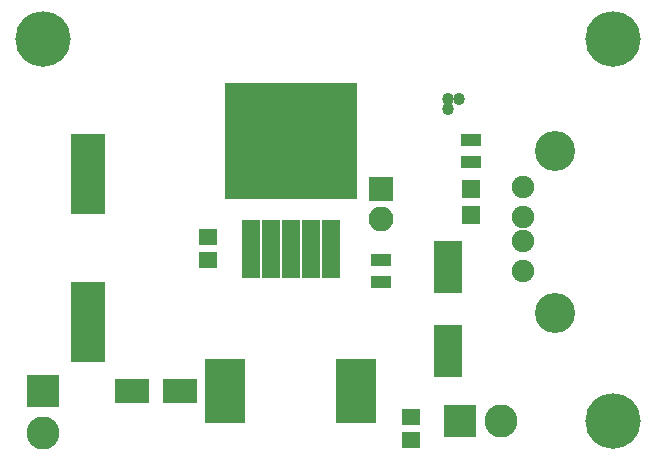
<source format=gts>
G04 #@! TF.GenerationSoftware,KiCad,Pcbnew,(5.1.0)-1*
G04 #@! TF.CreationDate,2019-08-10T18:49:58-05:00*
G04 #@! TF.ProjectId,TS2596_24V_to_5V_3A_reg,54533235-3936-45f3-9234-565f746f5f35,V0*
G04 #@! TF.SameCoordinates,Original*
G04 #@! TF.FileFunction,Soldermask,Top*
G04 #@! TF.FilePolarity,Negative*
%FSLAX46Y46*%
G04 Gerber Fmt 4.6, Leading zero omitted, Abs format (unit mm)*
G04 Created by KiCad (PCBNEW (5.1.0)-1) date 2019-08-10 18:49:58*
%MOMM*%
%LPD*%
G04 APERTURE LIST*
%ADD10R,1.500000X5.000000*%
%ADD11R,11.200001X9.799999*%
%ADD12R,2.400000X4.400000*%
%ADD13C,4.700000*%
%ADD14R,2.900000X2.100000*%
%ADD15R,1.700000X1.100000*%
%ADD16R,3.500000X5.400000*%
%ADD17C,1.900000*%
%ADD18C,3.400000*%
%ADD19R,2.100000X2.100000*%
%ADD20O,2.100000X2.100000*%
%ADD21C,2.800000*%
%ADD22R,2.800000X2.800000*%
%ADD23C,1.035000*%
%ADD24R,1.600000X1.600000*%
%ADD25R,1.650000X1.400000*%
%ADD26R,2.900000X6.900000*%
G04 APERTURE END LIST*
D10*
X170590000Y-85785000D03*
X172290000Y-85785000D03*
X173990000Y-85785000D03*
X175690000Y-85785000D03*
X177390000Y-85785000D03*
D11*
X173990000Y-76635000D03*
D12*
X187325000Y-87255000D03*
X187325000Y-94355000D03*
D13*
X201295000Y-67945000D03*
X201295000Y-100330000D03*
X153035000Y-67945000D03*
D14*
X164560000Y-97790000D03*
X160560000Y-97790000D03*
D15*
X189230000Y-78420000D03*
X189230000Y-76520000D03*
X181610000Y-86680000D03*
X181610000Y-88580000D03*
D16*
X179540000Y-97790000D03*
X168440000Y-97790000D03*
D17*
X193675000Y-80520000D03*
X193675000Y-83060000D03*
X193675000Y-85090000D03*
X193675000Y-87630000D03*
D18*
X196345000Y-77470000D03*
X196345000Y-91190000D03*
D19*
X181610000Y-80645000D03*
D20*
X181610000Y-83185000D03*
D21*
X153035000Y-101290000D03*
D22*
X153035000Y-97790000D03*
D21*
X191770000Y-100330000D03*
D22*
X188270000Y-100330000D03*
D23*
X187325000Y-73025000D03*
X188223026Y-73025000D03*
X187325000Y-73923026D03*
D24*
X189230000Y-82845000D03*
X189230000Y-80645000D03*
D25*
X184150000Y-99965000D03*
X184150000Y-101965000D03*
X167005000Y-86725000D03*
X167005000Y-84725000D03*
D26*
X156845000Y-79375000D03*
X156845000Y-91975000D03*
M02*

</source>
